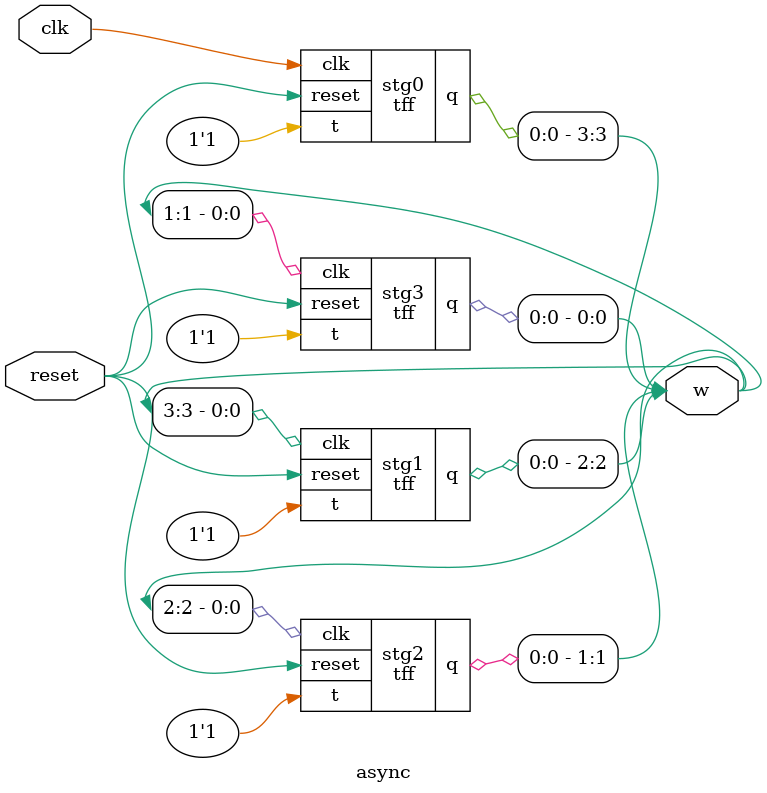
<source format=v>
module tff(t,clk,reset,q);
input t,clk,reset;
output reg q;
always @(negedge clk or posedge reset)
begin
  if(reset) q<=1'b0;
  else
    begin
      if(t==1'b0) q<=q;
      else q<=~q;
    end
end
endmodule

module async(clk,reset,w);
input clk,reset;
output [3:0]w;
tff stg0(1'b1,clk,reset,w[3]);
tff stg1(1'b1,w[3],reset,w[2]);
tff stg2(1'b1,w[2],reset,w[1]);
tff stg3(1'b1,w[1],reset,w[0]);
endmodule
</source>
